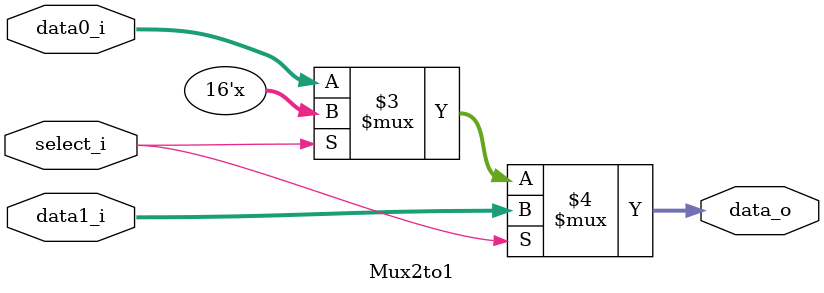
<source format=v>
module Mux2to1( data0_i, data1_i, select_i, data_o );

parameter size = 16;			   
			
//I/O ports               
input wire	[size-1:0] data0_i;          
input wire	[size-1:0] data1_i;
input wire	select_i;
output wire	[size-1:0] data_o; 

//Main function
assign data_o = ( select_i == 1 ) ? data1_i : 
                ( select_i == 0 ) ? data0_i :
                16'bxxxxxxxxxxxxxxxx;

endmodule      
    
</source>
